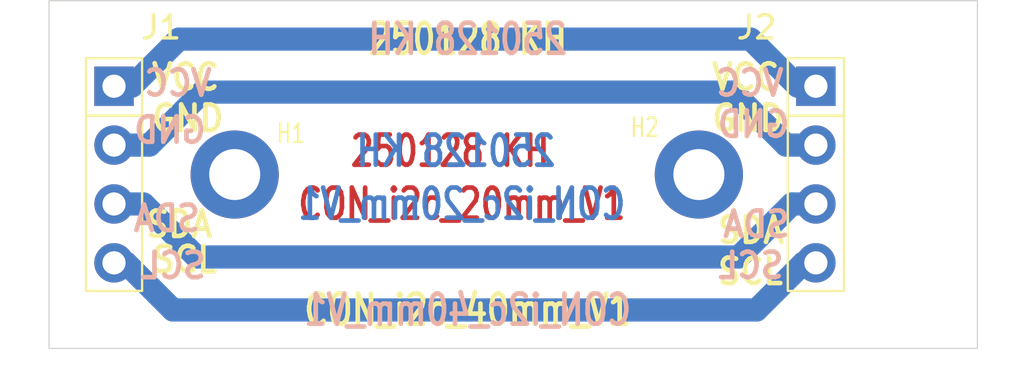
<source format=kicad_pcb>
(kicad_pcb (version 20240108) (generator "pcbnew") (generator_version "8.0")
  (layers (0 "F.Cu" signal) (31 "B.Cu" signal) (34 "B.Paste" user) (35 "F.Paste" user) (36 "B.SilkS" user "B.Silkscreen") (37 "F.SilkS" user "F.Silkscreen") (38 "B.Mask" user) (39 "F.Mask" user) (44 "Edge.Cuts" user))
  (net 0 "")
  (net 1 "/VCC")
  (net 2 "/GND")
  (net 3 "/SDA")
  (net 4 "/SCL")
  (footprint "_kh_library:MountingHole_2.2mm_M2_Pad_TopBottom_kh" (layer "F.Cu") (at 56 54.61)
    (property "Reference" "H1" (at 2.42 -1.778 0) (layer "F.SilkS") (effects (font (size 0.8 0.6) (thickness 0.1))))
    (property "Value" "MountingHole")
    (pad "1" thru_hole circle (at 0 0) (size 2.6 2.6) (drill 2.2) (layers "*.Cu" "*.Mask"))
    (pad "1" connect circle (at 0 0) (size 3.8 3.8) (layers "F.Cu" "F.Mask"))
    (pad "1" connect circle (at 0 0) (size 3.8 3.8) (layers "B.Cu" "B.Mask"))
  )
  (footprint "_kh_library:MountingHole_2.2mm_M2_Pad_TopBottom_kh" (layer "F.Cu") (at 76 54.61)
    (property "Reference" "H2" (at -2.34 -2.032 0) (layer "F.SilkS") (effects (font (size 0.8 0.6) (thickness 0.1) (bold yes))))
    (property "Value" "MountingHole")
    (pad "1" thru_hole circle (at 0 0) (size 2.6 2.6) (drill 2.2) (layers "*.Cu" "*.Mask"))
    (pad "1" connect circle (at 0 0) (size 3.8 3.8) (layers "F.Cu" "F.Mask"))
    (pad "1" connect circle (at 0 0) (size 3.8 3.8) (layers "B.Cu" "B.Mask"))
  )
  (footprint "_kh_library:PinSocket_1x04_P2.54mm_Vertical_kh" (layer "F.Cu") (at 81.04 50.8)
    (property "Reference" "J2" (at -2.554 -2.54 0) (layer "F.SilkS"))
    (property "Value" "Conn_01x04_Socket")
    (fp_line (start -1.21 1.27) (end 1.21 1.27) (stroke (width 0.12)) (layer "F.SilkS"))
    (fp_rect (start -1.21 -1.21) (end 1.21 8.83) (stroke (width 0.1)) (fill none) (layer "F.SilkS"))
    (pad "1" thru_hole rect (at 0 0) (size 1.7 1.7) (drill 1) (layers "*.Cu" "*.Mask") (net 1 "/VCC"))
    (pad "2" thru_hole oval (at 0 2.54) (size 1.7 1.7) (drill 1) (layers "*.Cu" "*.Mask") (net 2 "/GND"))
    (pad "3" thru_hole oval (at 0 5.08) (size 1.7 1.7) (drill 1) (layers "*.Cu" "*.Mask") (net 3 "/SDA"))
    (pad "4" thru_hole oval (at 0 7.62) (size 1.7 1.7) (drill 1) (layers "*.Cu" "*.Mask") (net 4 "/SCL"))
  )
  (footprint "_kh_library:PinSocket_1x04_P2.54mm_Vertical_kh" (layer "F.Cu") (at 50.8 50.8)
    (property "Reference" "J1" (at 2.032 -2.54 0) (layer "F.SilkS"))
    (property "Value" "Conn_01x04_Pin")
    (fp_line (start -1.21 1.27) (end 1.21 1.27) (stroke (width 0.12)) (layer "F.SilkS"))
    (fp_rect (start -1.21 -1.21) (end 1.21 8.83) (stroke (width 0.1)) (fill none) (layer "F.SilkS"))
    (pad "1" thru_hole rect (at 0 0) (size 1.7 1.7) (drill 1) (layers "*.Cu" "*.Mask") (net 1 "/VCC"))
    (pad "2" thru_hole oval (at 0 2.54) (size 1.7 1.7) (drill 1) (layers "*.Cu" "*.Mask") (net 2 "/GND"))
    (pad "3" thru_hole oval (at 0 5.08) (size 1.7 1.7) (drill 1) (layers "*.Cu" "*.Mask") (net 3 "/SDA"))
    (pad "4" thru_hole oval (at 0 7.62) (size 1.7 1.7) (drill 1) (layers "*.Cu" "*.Mask") (net 4 "/SCL"))
  )
  (gr_rect (start 48 47.11) (end 88 62.11) (stroke (width 0.05)) (fill none) (layer "Edge.Cuts"))
  (gr_text "CON_i2c_20mm_V1" (at 65.786 55.88 0) (layer "F.Cu") (effects (font (size 1.3 1) (thickness 0.2) (bold yes))))
  (gr_text "250128 KH" (at 65.278 53.594 0) (layer "F.Cu") (effects (font (size 1.3 1) (thickness 0.2) (bold yes))))
  (gr_text "CON_i2c_20mm_V1" (at 65.786 55.88 0) (layer "B.Cu") (effects (font (size 1.3 1) (thickness 0.2) (bold yes)) (justify mirror)))
  (gr_text "250128 KH" (at 65.532 53.594 0) (layer "B.Cu") (effects (font (size 1.3 1) (thickness 0.2) (bold yes)) (justify mirror)))
  (gr_text "SDA" (at 54.61 57.15 0) (layer "B.SilkS") (effects (font (size 1.1 1) (thickness 0.2) (bold yes)) (justify left bottom mirror)))
  (gr_text "VCC" (at 79.756 51.308 0) (layer "B.SilkS") (effects (font (size 1.1 1) (thickness 0.2) (bold yes)) (justify left bottom mirror)))
  (gr_text "SDA" (at 80.01 57.404 0) (layer "B.SilkS") (effects (font (size 1.1 1) (thickness 0.2) (bold yes)) (justify left bottom mirror)))
  (gr_text "SCL" (at 54.864 59.182 0) (layer "B.SilkS") (effects (font (size 1.1 1) (thickness 0.2) (bold yes)) (justify left bottom mirror)))
  (gr_text "GND" (at 54.864 53.34 0) (layer "B.SilkS") (effects (font (size 1.1 1) (thickness 0.2) (bold yes)) (justify left bottom mirror)))
  (gr_text "250128 KH" (at 66.04 48.768 0) (layer "B.SilkS") (effects (font (size 1.3 1) (thickness 0.2) (bold yes)) (justify mirror)))
  (gr_text "CON_i2c_40mm_V1" (at 66.04 60.452 0) (layer "B.SilkS") (effects (font (size 1.3 1) (thickness 0.2) (bold yes)) (justify mirror)))
  (gr_text "SCL" (at 79.756 59.182 0) (layer "B.SilkS") (effects (font (size 1.1 1) (thickness 0.2) (bold yes)) (justify left bottom mirror)))
  (gr_text "VCC" (at 55.118 51.308 0) (layer "B.SilkS") (effects (font (size 1.1 1) (thickness 0.2) (bold yes)) (justify left bottom mirror)))
  (gr_text "GND" (at 80.01 53.086 0) (layer "B.SilkS") (effects (font (size 1.1 1) (thickness 0.2) (bold yes)) (justify left bottom mirror)))
  (gr_text "SDA" (at 52.07 57.404 0) (layer "F.SilkS") (effects (font (size 1.1 1) (thickness 0.2) (bold yes)) (justify left bottom)))
  (gr_text "VCC" (at 76.454 51.054 0) (layer "F.SilkS") (effects (font (size 1.1 1) (thickness 0.2) (bold yes)) (justify left bottom)))
  (gr_text "SCL" (at 52.324 58.928 0) (layer "F.SilkS") (effects (font (size 1.1 1) (thickness 0.2) (bold yes)) (justify left bottom)))
  (gr_text "VCC" (at 52.324 51.054 0) (layer "F.SilkS") (effects (font (size 1.1 1) (thickness 0.2) (bold yes)) (justify left bottom)))
  (gr_text "CON_i2c_40mm_V1" (at 66.04 60.452 0) (layer "F.SilkS") (effects (font (size 1.3 1) (thickness 0.2) (bold yes))))
  (gr_text "GND" (at 52.324 52.832 0) (layer "F.SilkS") (effects (font (size 1.1 1) (thickness 0.2) (bold yes)) (justify left bottom)))
  (gr_text "SDA" (at 76.708 57.658 0) (layer "F.SilkS") (effects (font (size 1.1 1) (thickness 0.2) (bold yes)) (justify left bottom)))
  (gr_text "250128 KH" (at 66.04 48.768 0) (layer "F.SilkS") (effects (font (size 1.3 1) (thickness 0.2) (bold yes))))
  (gr_text "GND" (at 76.454 52.832 0) (layer "F.SilkS") (effects (font (size 1.1 1) (thickness 0.2) (bold yes)) (justify left bottom)))
  (gr_text "SCL" (at 76.708 59.436 0) (layer "F.SilkS") (effects (font (size 1.1 1) (thickness 0.2) (bold yes)) (justify left bottom)))
  (segment (start 53.594 48.768) (end 78.232 48.768) (width 1) (layer "B.Cu") (net 1))
  (segment (start 78.232 48.768) (end 80.264 50.8) (width 1) (layer "B.Cu") (net 1))
  (segment (start 50.8 50.8) (end 51.562 50.8) (width 1) (layer "B.Cu") (net 1))
  (segment (start 80.264 50.8) (end 81.04 50.8) (width 1) (layer "B.Cu") (net 1))
  (segment (start 51.562 50.8) (end 53.594 48.768) (width 1) (layer "B.Cu") (net 1))
  (segment (start 54.61 51.054) (end 52.324 53.34) (width 1) (layer "B.Cu") (net 2))
  (segment (start 52.324 53.34) (end 50.8 53.34) (width 1) (layer "B.Cu") (net 2))
  (segment (start 81.04 53.34) (end 79.756 53.34) (width 1) (layer "B.Cu") (net 2))
  (segment (start 77.47 51.054) (end 54.61 51.054) (width 1) (layer "B.Cu") (net 2))
  (segment (start 79.756 53.34) (end 77.47 51.054) (width 1) (layer "B.Cu") (net 2))
  (segment (start 54.356 58.166) (end 52.07 55.88) (width 1) (layer "B.Cu") (net 3))
  (segment (start 81.04 55.88) (end 80.01 55.88) (width 1) (layer "B.Cu") (net 3))
  (segment (start 77.724 58.166) (end 54.356 58.166) (width 1) (layer "B.Cu") (net 3))
  (segment (start 52.07 55.88) (end 50.8 55.88) (width 1) (layer "B.Cu") (net 3))
  (segment (start 80.01 55.88) (end 77.724 58.166) (width 1) (layer "B.Cu") (net 3))
  (segment (start 80.518 58.42) (end 78.486 60.452) (width 1) (layer "B.Cu") (net 4))
  (segment (start 51.308 58.42) (end 50.8 58.42) (width 1) (layer "B.Cu") (net 4))
  (segment (start 78.486 60.452) (end 53.34 60.452) (width 1) (layer "B.Cu") (net 4))
  (segment (start 81.04 58.42) (end 80.518 58.42) (width 1) (layer "B.Cu") (net 4))
  (segment (start 53.34 60.452) (end 51.308 58.42) (width 1) (layer "B.Cu") (net 4))
)
</source>
